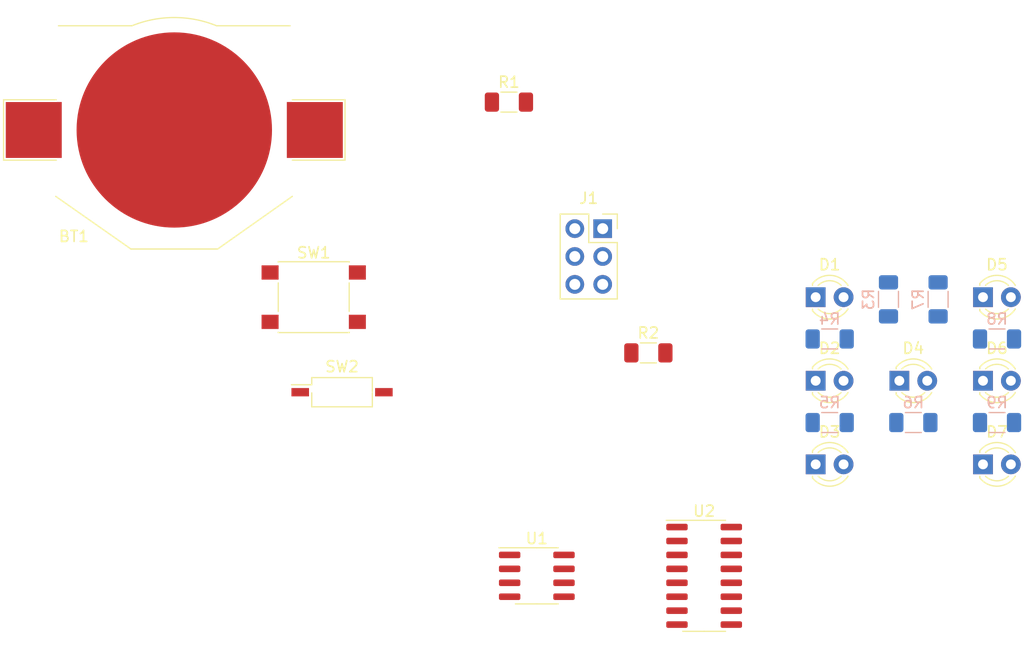
<source format=kicad_pcb>
(kicad_pcb (version 20211014) (generator pcbnew)
  (layers (0 "F.Cu" signal) (31 "B.Cu" signal) (34 "B.Paste" user) (35 "F.Paste" user) (36 "B.SilkS" user "B.Silkscreen") (37 "F.SilkS" user "F.Silkscreen") (38 "B.Mask" user) (39 "F.Mask" user) (44 "Edge.Cuts" user))
  (net 0 "")
  (net 1 "Net-(BT1-Pad1)")
  (net 2 "GND")
  (net 3 "Net-(D1-Pad2)")
  (net 4 "Net-(D2-Pad2)")
  (net 5 "Net-(D3-Pad2)")
  (net 6 "Net-(D4-Pad2)")
  (net 7 "Net-(D5-Pad2)")
  (net 8 "Net-(D6-Pad2)")
  (net 9 "Net-(D7-Pad2)")
  (net 10 "Net-(J1-Pad1)")
  (net 11 "VCC")
  (net 12 "Net-(J1-Pad3)")
  (net 13 "Net-(J1-Pad4)")
  (net 14 "Net-(J1-Pad5)")
  (net 15 "Button")
  (net 16 "Net-(R3-Pad2)")
  (net 17 "Net-(R4-Pad2)")
  (net 18 "Net-(R5-Pad2)")
  (net 19 "Net-(R6-Pad2)")
  (net 20 "Net-(R7-Pad2)")
  (net 21 "Net-(R8-Pad2)")
  (net 22 "Net-(R9-Pad2)")
  (net 23 "Net-(U1-Pad2)")
  (footprint "Package_SO:SOIC-16_3.9x9.9mm_P1.27mm" (layer "F.Cu") (at 167.64 111.76)
    (fp_text reference "U2" (at 0 -5.9) (layer "F.SilkS"))
    (fp_text value "74HC595")
    (fp_line (start 0 -5.06) (end -3.45 -5.06) (layer "F.SilkS") (width 0.12))
    (fp_line (start 0 -5.06) (end 1.95 -5.06) (layer "F.SilkS") (width 0.12))
    (fp_line (start 0 5.06) (end 1.95 5.06) (layer "F.SilkS") (width 0.12))
    (fp_line (start 0 5.06) (end -1.95 5.06) (layer "F.SilkS") (width 0.12))
    (pad "1" smd roundrect (at -2.475 -4.445) (size 1.95 0.6) (layers "F.Cu" "F.Paste" "F.Mask") (net 16 "Net-(R3-Pad2)"))
    (pad "2" smd roundrect (at -2.475 -3.175) (size 1.95 0.6) (layers "F.Cu" "F.Paste" "F.Mask") (net 17 "Net-(R4-Pad2)"))
    (pad "3" smd roundrect (at -2.475 -1.905) (size 1.95 0.6) (layers "F.Cu" "F.Paste" "F.Mask") (net 18 "Net-(R5-Pad2)"))
    (pad "4" smd roundrect (at -2.475 -0.635) (size 1.95 0.6) (layers "F.Cu" "F.Paste" "F.Mask") (net 19 "Net-(R6-Pad2)"))
    (pad "5" smd roundrect (at -2.475 0.635) (size 1.95 0.6) (layers "F.Cu" "F.Paste" "F.Mask") (net 20 "Net-(R7-Pad2)"))
    (pad "6" smd roundrect (at -2.475 1.905) (size 1.95 0.6) (layers "F.Cu" "F.Paste" "F.Mask") (net 21 "Net-(R8-Pad2)"))
    (pad "7" smd roundrect (at -2.475 3.175) (size 1.95 0.6) (layers "F.Cu" "F.Paste" "F.Mask") (net 22 "Net-(R9-Pad2)"))
    (pad "8" smd roundrect (at -2.475 4.445) (size 1.95 0.6) (layers "F.Cu" "F.Paste" "F.Mask") (net 2 "GND"))
    (pad "9" smd roundrect (at 2.475 4.445) (size 1.95 0.6) (layers "F.Cu" "F.Paste" "F.Mask"))
    (pad "10" smd roundrect (at 2.475 3.175) (size 1.95 0.6) (layers "F.Cu" "F.Paste" "F.Mask") (net 12 "Net-(J1-Pad3)"))
    (pad "11" smd roundrect (at 2.475 1.905) (size 1.95 0.6) (layers "F.Cu" "F.Paste" "F.Mask") (net 10 "Net-(J1-Pad1)"))
    (pad "12" smd roundrect (at 2.475 0.635) (size 1.95 0.6) (layers "F.Cu" "F.Paste" "F.Mask") (net 23 "Net-(U1-Pad2)"))
    (pad "13" smd roundrect (at 2.475 -0.635) (size 1.95 0.6) (layers "F.Cu" "F.Paste" "F.Mask"))
    (pad "14" smd roundrect (at 2.475 -1.905) (size 1.95 0.6) (layers "F.Cu" "F.Paste" "F.Mask") (net 13 "Net-(J1-Pad4)"))
    (pad "15" smd roundrect (at 2.475 -3.175) (size 1.95 0.6) (layers "F.Cu" "F.Paste" "F.Mask"))
    (pad "16" smd roundrect (at 2.475 -4.445) (size 1.95 0.6) (layers "F.Cu" "F.Paste" "F.Mask") (net 11 "VCC"))
  )
  (footprint "LED_THT:LED_D3.0mm" (layer "F.Cu") (at 185.42 93.98)
    (fp_text reference "D4" (at 1.27 -2.96) (layer "F.SilkS"))
    (fp_text value "LED")
    (fp_line (start -0.29 1.08) (end -0.29 1.236) (layer "F.SilkS") (width 0.12))
    (fp_line (start -0.29 -1.236) (end -0.29 -1.08) (layer "F.SilkS") (width 0.12))
    (fp_arc (start 0.229039 -1.08) (mid 1.270117 -1.5) (end 2.31113 -1.079837) (layer "F.SilkS") (width 0.12))
    (fp_arc (start -0.29 -1.235516) (mid 1.366487 -1.987659) (end 2.942335 -1.078608) (layer "F.SilkS") (width 0.12))
    (fp_arc (start 2.942335 1.078608) (mid 1.366487 1.987659) (end -0.29 1.235516) (layer "F.SilkS") (width 0.12))
    (fp_arc (start 2.31113 1.079837) (mid 1.270117 1.5) (end 0.229039 1.08) (layer "F.SilkS") (width 0.12))
    (pad "1" thru_hole rect (at 0 0) (size 1.8 1.8) (drill 0.9) (layers *.Cu *.Mask) (net 2 "GND"))
    (pad "2" thru_hole circle (at 2.54 0) (size 1.8 1.8) (drill 0.9) (layers *.Cu *.Mask) (net 6 "Net-(D4-Pad2)"))
  )
  (footprint "LED_THT:LED_D3.0mm" (layer "F.Cu") (at 193.04 86.36)
    (fp_text reference "D5" (at 1.27 -2.96) (layer "F.SilkS"))
    (fp_text value "LED")
    (fp_line (start -0.29 1.08) (end -0.29 1.236) (layer "F.SilkS") (width 0.12))
    (fp_line (start -0.29 -1.236) (end -0.29 -1.08) (layer "F.SilkS") (width 0.12))
    (fp_arc (start -0.29 -1.235516) (mid 1.366487 -1.987659) (end 2.942335 -1.078608) (layer "F.SilkS") (width 0.12))
    (fp_arc (start 2.942335 1.078608) (mid 1.366487 1.987659) (end -0.29 1.235516) (layer "F.SilkS") (width 0.12))
    (fp_arc (start 0.229039 -1.08) (mid 1.270117 -1.5) (end 2.31113 -1.079837) (layer "F.SilkS") (width 0.12))
    (fp_arc (start 2.31113 1.079837) (mid 1.270117 1.5) (end 0.229039 1.08) (layer "F.SilkS") (width 0.12))
    (pad "1" thru_hole rect (at 0 0) (size 1.8 1.8) (drill 0.9) (layers *.Cu *.Mask) (net 2 "GND"))
    (pad "2" thru_hole circle (at 2.54 0) (size 1.8 1.8) (drill 0.9) (layers *.Cu *.Mask) (net 7 "Net-(D5-Pad2)"))
  )
  (footprint "Resistor_SMD:R_1206_3216Metric_Pad1.30x1.75mm_HandSolder" (layer "F.Cu") (at 162.56 91.44)
    (fp_text reference "R2" (at 0 -1.82) (layer "F.SilkS"))
    (fp_text value "10K")
    (fp_line (start -0.727064 0.91) (end 0.727064 0.91) (layer "F.SilkS") (width 0.12))
    (fp_line (start -0.727064 -0.91) (end 0.727064 -0.91) (layer "F.SilkS") (width 0.12))
    (pad "1" smd roundrect (at -1.55 0) (size 1.3 1.75) (layers "F.Cu" "F.Paste" "F.Mask") (roundrect_rratio 0.192308) (net 11 "VCC"))
    (pad "2" smd roundrect (at 1.55 0) (size 1.3 1.75) (layers "F.Cu" "F.Paste" "F.Mask") (roundrect_rratio 0.192308) (net 14 "Net-(J1-Pad5)"))
  )
  (footprint "Button_Switch_SMD:SW_DIP_SPSTx01_Slide_Copal_CHS-01B_W7.62mm_P1.27mm" (layer "F.Cu") (at 134.66 95.022488)
    (fp_text reference "SW2" (at 0 -2.33) (layer "F.SilkS"))
    (fp_text value "SW_DIP_x01")
    (fp_line (start -2.76 0.061) (end -2.76 1.33) (layer "F.SilkS") (width 0.12))
    (fp_line (start -4.61 -0.68) (end -2.76 -0.68) (layer "F.SilkS") (width 0.12))
    (fp_line (start 2.76 0.061) (end 2.76 1.33) (layer "F.SilkS") (width 0.12))
    (fp_line (start -2.76 -1.33) (end 2.76 -1.33) (layer "F.SilkS") (width 0.12))
    (fp_line (start -2.76 -1.33) (end -2.76 -0.68) (layer "F.SilkS") (width 0.12))
    (fp_line (start 2.76 -1.33) (end 2.76 -0.061) (layer "F.SilkS") (width 0.12))
    (fp_line (start -2.76 1.33) (end 2.76 1.33) (layer "F.SilkS") (width 0.12))
    (pad "1" smd rect (at -3.81 0) (size 1.6 0.76) (layers "F.Cu" "F.Paste" "F.Mask") (net 1 "Net-(BT1-Pad1)"))
    (pad "2" smd rect (at 3.81 0) (size 1.6 0.76) (layers "F.Cu" "F.Paste" "F.Mask") (net 11 "VCC"))
  )
  (footprint "Button_Switch_SMD:SW_Push_1P1T_NO_6x6mm_H9.5mm" (layer "F.Cu") (at 132.08 86.36)
    (fp_text reference "SW1" (at 0 -4.05) (layer "F.SilkS"))
    (fp_text value "SW_Push")
    (fp_line (start -3.23 3.23) (end -3.23 3.2) (layer "F.SilkS") (width 0.12))
    (fp_line (start -3.23 -3.2) (end -3.23 -3.23) (layer "F.SilkS") (width 0.12))
    (fp_line (start 3.23 3.23) (end 3.23 3.2) (layer "F.SilkS") (width 0.12))
    (fp_line (start 3.23 -3.23) (end 3.23 -3.2) (layer "F.SilkS") (width 0.12))
    (fp_line (start -3.23 -3.23) (end 3.23 -3.23) (layer "F.SilkS") (width 0.12))
    (fp_line (start 3.23 -1.3) (end 3.23 1.3) (layer "F.SilkS") (width 0.12))
    (fp_line (start -3.23 3.23) (end 3.23 3.23) (layer "F.SilkS") (width 0.12))
    (fp_line (start -3.23 -1.3) (end -3.23 1.3) (layer "F.SilkS") (width 0.12))
    (pad "1" smd rect (at 3.975 -2.25) (size 1.55 1.3) (layers "F.Cu" "F.Paste" "F.Mask") (net 15 "Button"))
    (pad "1" smd rect (at -3.975 -2.25) (size 1.55 1.3) (layers "F.Cu" "F.Paste" "F.Mask") (net 15 "Button"))
    (pad "2" smd rect (at -3.975 2.25) (size 1.55 1.3) (layers "F.Cu" "F.Paste" "F.Mask") (net 2 "GND"))
    (pad "2" smd rect (at 3.975 2.25) (size 1.55 1.3) (layers "F.Cu" "F.Paste" "F.Mask") (net 2 "GND"))
  )
  (footprint "LED_THT:LED_D3.0mm" (layer "F.Cu") (at 177.8 101.6)
    (fp_text reference "D3" (at 1.27 -2.96) (layer "F.SilkS"))
    (fp_text value "LED")
    (fp_line (start -0.29 -1.236) (end -0.29 -1.08) (layer "F.SilkS") (width 0.12))
    (fp_line (start -0.29 1.08) (end -0.29 1.236) (layer "F.SilkS") (width 0.12))
    (fp_arc (start 2.942335 1.078608) (mid 1.366487 1.987659) (end -0.29 1.235516) (layer "F.SilkS") (width 0.12))
    (fp_arc (start 2.31113 1.079837) (mid 1.270117 1.5) (end 0.229039 1.08) (layer "F.SilkS") (width 0.12))
    (fp_arc (start -0.29 -1.235516) (mid 1.366487 -1.987659) (end 2.942335 -1.078608) (layer "F.SilkS") (width 0.12))
    (fp_arc (start 0.229039 -1.08) (mid 1.270117 -1.5) (end 2.31113 -1.079837) (layer "F.SilkS") (width 0.12))
    (pad "1" thru_hole rect (at 0 0) (size 1.8 1.8) (drill 0.9) (layers *.Cu *.Mask) (net 2 "GND"))
    (pad "2" thru_hole circle (at 2.54 0) (size 1.8 1.8) (drill 0.9) (layers *.Cu *.Mask) (net 5 "Net-(D3-Pad2)"))
  )
  (footprint "Connector_PinSocket_2.54mm:PinSocket_2x03_P2.54mm_Vertical" (layer "F.Cu") (at 158.4 80.112488)
    (fp_text reference "J1" (at -1.27 -2.77) (layer "F.SilkS"))
    (fp_text value "AVR-ISP-6")
    (fp_line (start -1.27 1.27) (end 1.33 1.27) (layer "F.SilkS") (width 0.12))
    (fp_line (start 1.33 1.27) (end 1.33 6.41) (layer "F.SilkS") (width 0.12))
    (fp_line (start 0 -1.33) (end 1.33 -1.33) (layer "F.SilkS") (width 0.12))
    (fp_line (start -3.87 -1.33) (end -1.27 -1.33) (layer "F.SilkS") (width 0.12))
    (fp_line (start 1.33 -1.33) (end 1.33 0) (layer "F.SilkS") (width 0.12))
    (fp_line (start -3.87 -1.33) (end -3.87 6.41) (layer "F.SilkS") (width 0.12))
    (fp_line (start -1.27 -1.33) (end -1.27 1.27) (layer "F.SilkS") (width 0.12))
    (fp_line (start -3.87 6.41) (end 1.33 6.41) (layer "F.SilkS") (width 0.12))
    (pad "1" thru_hole rect (at 0 0) (size 1.7 1.7) (drill 1) (layers *.Cu *.Mask) (net 10 "Net-(J1-Pad1)"))
    (pad "2" thru_hole oval (at -2.54 0) (size 1.7 1.7) (drill 1) (layers *.Cu *.Mask) (net 11 "VCC"))
    (pad "3" thru_hole oval (at 0 2.54) (size 1.7 1.7) (drill 1) (layers *.Cu *.Mask) (net 12 "Net-(J1-Pad3)"))
    (pad "4" thru_hole oval (at -2.54 2.54) (size 1.7 1.7) (drill 1) (layers *.Cu *.Mask) (net 13 "Net-(J1-Pad4)"))
    (pad "5" thru_hole oval (at 0 5.08) (size 1.7 1.7) (drill 1) (layers *.Cu *.Mask) (net 14 "Net-(J1-Pad5)"))
    (pad "6" thru_hole oval (at -2.54 5.08) (size 1.7 1.7) (drill 1) (layers *.Cu *.Mask) (net 2 "GND"))
  )
  (footprint "LED_THT:LED_D3.0mm" (layer "F.Cu") (at 177.8 86.36)
    (fp_text reference "D1" (at 1.27 -2.96) (layer "F.SilkS"))
    (fp_text value "LED")
    (fp_line (start -0.29 1.08) (end -0.29 1.236) (layer "F.SilkS") (width 0.12))
    (fp_line (start -0.29 -1.236) (end -0.29 -1.08) (layer "F.SilkS") (width 0.12))
    (fp_arc (start -0.29 -1.235516) (mid 1.366487 -1.987659) (end 2.942335 -1.078608) (layer "F.SilkS") (width 0.12))
    (fp_arc (start 0.229039 -1.08) (mid 1.270117 -1.5) (end 2.31113 -1.079837) (layer "F.SilkS") (width 0.12))
    (fp_arc (start 2.942335 1.078608) (mid 1.366487 1.987659) (end -0.29 1.235516) (layer "F.SilkS") (width 0.12))
    (fp_arc (start 2.31113 1.079837) (mid 1.270117 1.5) (end 0.229039 1.08) (layer "F.SilkS") (width 0.12))
    (pad "1" thru_hole rect (at 0 0) (size 1.8 1.8) (drill 0.9) (layers *.Cu *.Mask) (net 2 "GND"))
    (pad "2" thru_hole circle (at 2.54 0) (size 1.8 1.8) (drill 0.9) (layers *.Cu *.Mask) (net 3 "Net-(D1-Pad2)"))
  )
  (footprint "LED_THT:LED_D3.0mm" (layer "F.Cu") (at 177.8 93.98)
    (fp_text reference "D2" (at 1.27 -2.96) (layer "F.SilkS"))
    (fp_text value "LED")
    (fp_line (start -0.29 1.08) (end -0.29 1.236) (layer "F.SilkS") (width 0.12))
    (fp_line (start -0.29 -1.236) (end -0.29 -1.08) (layer "F.SilkS") (width 0.12))
    (fp_arc (start -0.29 -1.235516) (mid 1.366487 -1.987659) (end 2.942335 -1.078608) (layer "F.SilkS") (width 0.12))
    (fp_arc (start 0.229039 -1.08) (mid 1.270117 -1.5) (end 2.31113 -1.079837) (layer "F.SilkS") (width 0.12))
    (fp_arc (start 2.31113 1.079837) (mid 1.270117 1.5) (end 0.229039 1.08) (layer "F.SilkS") (width 0.12))
    (fp_arc (start 2.942335 1.078608) (mid 1.366487 1.987659) (end -0.29 1.235516) (layer "F.SilkS") (width 0.12))
    (pad "1" thru_hole rect (at 0 0) (size 1.8 1.8) (drill 0.9) (layers *.Cu *.Mask) (net 2 "GND"))
    (pad "2" thru_hole circle (at 2.54 0) (size 1.8 1.8) (drill 0.9) (layers *.Cu *.Mask) (net 4 "Net-(D2-Pad2)"))
  )
  (footprint "Battery:BatteryHolder_Keystone_3002_1x2032" (layer "F.Cu") (at 119.38 71.12)
    (fp_text reference "BT1" (at -9.15 9.7) (layer "F.SilkS"))
    (fp_text value "Battery_Cell")
    (fp_line (start 3.95 10.85) (end 10.75 6.05) (layer "F.SilkS") (width 0.12))
    (fp_line (start 10.75 2.75) (end 15.55 2.75) (layer "F.SilkS") (width 0.12))
    (fp_line (start 10.55 -9.5) (end 3.85 -9.5) (layer "F.SilkS") (width 0.12))
    (fp_line (start -15.55 2.75) (end -10.75 2.75) (layer "F.SilkS") (width 0.12))
    (fp_line (start -10.75 -2.75) (end -15.55 -2.75) (layer "F.SilkS") (width 0.12))
    (fp_line (start -15.55 -2.75) (end -15.55 2.75) (layer "F.SilkS") (width 0.12))
    (fp_line (start -3.95 10.85) (end 3.95 10.85) (layer "F.SilkS") (width 0.12))
    (fp_line (start -10.8 6.05) (end -3.95 10.85) (layer "F.SilkS") (width 0.12))
    (fp_line (start 15.55 2.75) (end 15.55 -2.75) (layer "F.SilkS") (width 0.12))
    (fp_line (start 15.55 -2.75) (end 10.75 -2.75) (layer "F.SilkS") (width 0.12))
    (fp_line (start -10.55 -9.5) (end -3.85 -9.5) (layer "F.SilkS") (width 0.12))
    (fp_arc (start -3.846385 -9.501464) (mid 0.00195 -10.250487) (end 3.85 -9.5) (layer "F.SilkS") (width 0.12))
    (pad "1" smd rect (at 12.8 0) (size 5.1 5.1) (layers "F.Cu" "F.Paste" "F.Mask") (net 1 "Net-(BT1-Pad1)"))
    (pad "1" smd rect (at -12.8 0) (size 5.1 5.1) (layers "F.Cu" "F.Paste" "F.Mask") (net 1 "Net-(BT1-Pad1)"))
    (pad "2" smd circle (at 0 0) (size 17.8 17.8) (layers "F.Cu" "F.Mask") (net 2 "GND"))
  )
  (footprint "LED_THT:LED_D3.0mm" (layer "F.Cu") (at 193.04 101.6)
    (fp_text reference "D7" (at 1.27 -2.96) (layer "F.SilkS"))
    (fp_text value "LED")
    (fp_line (start -0.29 1.08) (end -0.29 1.236) (layer "F.SilkS") (width 0.12))
    (fp_line (start -0.29 -1.236) (end -0.29 -1.08) (layer "F.SilkS") (width 0.12))
    (fp_arc (start -0.29 -1.235516) (mid 1.366487 -1.987659) (end 2.942335 -1.078608) (layer "F.SilkS") (width 0.12))
    (fp_arc (start 2.942335 1.078608) (mid 1.366487 1.987659) (end -0.29 1.235516) (layer "F.SilkS") (width 0.12))
    (fp_arc (start 0.229039 -1.08) (mid 1.270117 -1.5) (end 2.31113 -1.079837) (layer "F.SilkS") (width 0.12))
    (fp_arc (start 2.31113 1.079837) (mid 1.270117 1.5) (end 0.229039 1.08) (layer "F.SilkS") (width 0.12))
    (pad "1" thru_hole rect (at 0 0) (size 1.8 1.8) (drill 0.9) (layers *.Cu *.Mask) (net 2 "GND"))
    (pad "2" thru_hole circle (at 2.54 0) (size 1.8 1.8) (drill 0.9) (layers *.Cu *.Mask) (net 9 "Net-(D7-Pad2)"))
  )
  (footprint "LED_THT:LED_D3.0mm" (layer "F.Cu") (at 193.04 93.98)
    (fp_text reference "D6" (at 1.27 -2.96) (layer "F.SilkS"))
    (fp_text value "LED")
    (fp_line (start -0.29 1.08) (end -0.29 1.236) (layer "F.SilkS") (width 0.12))
    (fp_line (start -0.29 -1.236) (end -0.29 -1.08) (layer "F.SilkS") (width 0.12))
    (fp_arc (start 0.229039 -1.08) (mid 1.270117 -1.5) (end 2.31113 -1.079837) (layer "F.SilkS") (width 0.12))
    (fp_arc (start -0.29 -1.235516) (mid 1.366487 -1.987659) (end 2.942335 -1.078608) (layer "F.SilkS") (width 0.12))
    (fp_arc (start 2.942335 1.078608) (mid 1.366487 1.987659) (end -0.29 1.235516) (layer "F.SilkS") (width 0.12))
    (fp_arc (start 2.31113 1.079837) (mid 1.270117 1.5) (end 0.229039 1.08) (layer "F.SilkS") (width 0.12))
    (pad "1" thru_hole rect (at 0 0) (size 1.8 1.8) (drill 0.9) (layers *.Cu *.Mask) (net 2 "GND"))
    (pad "2" thru_hole circle (at 2.54 0) (size 1.8 1.8) (drill 0.9) (layers *.Cu *.Mask) (net 8 "Net-(D6-Pad2)"))
  )
  (footprint "Resistor_SMD:R_1206_3216Metric_Pad1.30x1.75mm_HandSolder" (layer "F.Cu") (at 149.86 68.58)
    (fp_text reference "R1" (at 0 -1.82) (layer "F.SilkS"))
    (fp_text value "10K")
    (fp_line (start -0.727064 -0.91) (end 0.727064 -0.91) (layer "F.SilkS") (width 0.12))
    (fp_line (start -0.727064 0.91) (end 0.727064 0.91) (layer "F.SilkS") (width 0.12))
    (pad "1" smd roundrect (at -1.55 0) (size 1.3 1.75) (layers "F.Cu" "F.Paste" "F.Mask") (roundrect_rratio 0.192308) (net 11 "VCC"))
    (pad "2" smd roundrect (at 1.55 0) (size 1.3 1.75) (layers "F.Cu" "F.Paste" "F.Mask") (roundrect_rratio 0.192308) (net 15 "Button"))
  )
  (footprint "Package_SO:SOIC-8_3.9x4.9mm_P1.27mm" (layer "F.Cu") (at 152.4 111.76)
    (fp_text reference "U1" (at 0 -3.4) (layer "F.SilkS"))
    (fp_text value "ATtiny13A-SS")
    (fp_line (start 0 -2.56) (end 1.95 -2.56) (layer "F.SilkS") (width 0.12))
    (fp_line (start 0 2.56) (end -1.95 2.56) (layer "F.SilkS") (width 0.12))
    (fp_line (start 0 -2.56) (end -3.45 -2.56) (layer "F.SilkS") (width 0.12))
    (fp_line (start 0 2.56) (end 1.95 2.56) (layer "F.SilkS") (width 0.12))
    (pad "1" smd roundrect (at -2.475 -1.905) (size 1.95 0.6) (layers "F.Cu" "F.Paste" "F.Mask") (net 14 "Net-(J1-Pad5)"))
    (pad "2" smd roundrect (at -2.475 -0.635) (size 1.95 0.6) (layers "F.Cu" "F.Paste" "F.Mask") (net 23 "Net-(U1-Pad2)"))
    (pad "3" smd roundrect (at -2.475 0.635) (size 1.95 0.6) (layers "F.Cu" "F.Paste" "F.Mask") (net 15 "Button"))
    (pad "4" smd roundrect (at -2.475 1.905) (size 1.95 0.6) (layers "F.Cu" "F.Paste" "F.Mask") (net 2 "GND"))
    (pad "5" smd roundrect (at 2.475 1.905) (size 1.95 0.6) (layers "F.Cu" "F.Paste" "F.Mask") (net 13 "Net-(J1-Pad4)"))
    (pad "6" smd roundrect (at 2.475 0.635) (size 1.95 0.6) (layers "F.Cu" "F.Paste" "F.Mask") (net 10 "Net-(J1-Pad1)"))
    (pad "7" smd roundrect (at 2.475 -0.635) (size 1.95 0.6) (layers "F.Cu" "F.Paste" "F.Mask") (net 12 "Net-(J1-Pad3)"))
    (pad "8" smd roundrect (at 2.475 -1.905) (size 1.95 0.6) (layers "F.Cu" "F.Paste" "F.Mask") (net 11 "VCC"))
  )
  (footprint "Resistor_SMD:R_1206_3216Metric_Pad1.30x1.75mm_HandSolder" (layer "B.Cu") (at 188.95 86.56 -90)
    (fp_text reference "R7" (at 0 1.82 90) (layer "B.SilkS") (effects (justify mirror)))
    (fp_text value "330")
    (fp_line (start -0.727064 0.91) (end 0.727064 0.91) (layer "B.SilkS") (width 0.12))
    (fp_line (start -0.727064 -0.91) (end 0.727064 -0.91) (layer "B.SilkS") (width 0.12))
    (pad "1" smd roundrect (at -1.55 0 270) (size 1.3 1.75) (layers "B.Cu" "B.Paste" "B.Mask") (roundrect_rratio 0.192308) (net 7 "Net-(D5-Pad2)"))
    (pad "2" smd roundrect (at 1.55 0 270) (size 1.3 1.75) (layers "B.Cu" "B.Paste" "B.Mask") (roundrect_rratio 0.192308) (net 20 "Net-(R7-Pad2)"))
  )
  (footprint "Resistor_SMD:R_1206_3216Metric_Pad1.30x1.75mm_HandSolder" (layer "B.Cu") (at 179.075 90.17 180)
    (fp_text reference "R4" (at 0 1.82) (layer "B.SilkS") (effects (justify mirror)))
    (fp_text value "330")
    (fp_line (start -0.727064 -0.91) (end 0.727064 -0.91) (layer "B.SilkS") (width 0.12))
    (fp_line (start -0.727064 0.91) (end 0.727064 0.91) (layer "B.SilkS") (width 0.12))
    (pad "1" smd roundrect (at -1.55 0 180) (size 1.3 1.75) (layers "B.Cu" "B.Paste" "B.Mask") (roundrect_rratio 0.192308) (net 4 "Net-(D2-Pad2)"))
    (pad "2" smd roundrect (at 1.55 0 180) (size 1.3 1.75) (layers "B.Cu" "B.Paste" "B.Mask") (roundrect_rratio 0.192308) (net 17 "Net-(R4-Pad2)"))
  )
  (footprint "Resistor_SMD:R_1206_3216Metric_Pad1.30x1.75mm_HandSolder" (layer "B.Cu") (at 186.695 97.79 180)
    (fp_text reference "R6" (at 0 1.82) (layer "B.SilkS") (effects (justify mirror)))
    (fp_text value "330")
    (fp_line (start -0.727064 -0.91) (end 0.727064 -0.91) (layer "B.SilkS") (width 0.12))
    (fp_line (start -0.727064 0.91) (end 0.727064 0.91) (layer "B.SilkS") (width 0.12))
    (pad "1" smd roundrect (at -1.55 0 180) (size 1.3 1.75) (layers "B.Cu" "B.Paste" "B.Mask") (roundrect_rratio 0.192308) (net 6 "Net-(D4-Pad2)"))
    (pad "2" smd roundrect (at 1.55 0 180) (size 1.3 1.75) (layers "B.Cu" "B.Paste" "B.Mask") (roundrect_rratio 0.192308) (net 19 "Net-(R6-Pad2)"))
  )
  (footprint "Resistor_SMD:R_1206_3216Metric_Pad1.30x1.75mm_HandSolder" (layer "B.Cu") (at 179.075 97.79 180)
    (fp_text reference "R5" (at 0 1.82) (layer "B.SilkS") (effects (justify mirror)))
    (fp_text value "330")
    (fp_line (start -0.727064 0.91) (end 0.727064 0.91) (layer "B.SilkS") (width 0.12))
    (fp_line (start -0.727064 -0.91) (end 0.727064 -0.91) (layer "B.SilkS") (width 0.12))
    (pad "1" smd roundrect (at -1.55 0 180) (size 1.3 1.75) (layers "B.Cu" "B.Paste" "B.Mask") (roundrect_rratio 0.192308) (net 5 "Net-(D3-Pad2)"))
    (pad "2" smd roundrect (at 1.55 0 180) (size 1.3 1.75) (layers "B.Cu" "B.Paste" "B.Mask") (roundrect_rratio 0.192308) (net 18 "Net-(R5-Pad2)"))
  )
  (footprint "Resistor_SMD:R_1206_3216Metric_Pad1.30x1.75mm_HandSolder" (layer "B.Cu") (at 184.43 86.56 -90)
    (fp_text reference "R3" (at 0 1.82 90) (layer "B.SilkS") (effects (justify mirror)))
    (fp_text value "330")
    (fp_line (start -0.727064 0.91) (end 0.727064 0.91) (layer "B.SilkS") (width 0.12))
    (fp_line (start -0.727064 -0.91) (end 0.727064 -0.91) (layer "B.SilkS") (width 0.12))
    (pad "1" smd roundrect (at -1.55 0 270) (size 1.3 1.75) (layers "B.Cu" "B.Paste" "B.Mask") (roundrect_rratio 0.192308) (net 3 "Net-(D1-Pad2)"))
    (pad "2" smd roundrect (at 1.55 0 270) (size 1.3 1.75) (layers "B.Cu" "B.Paste" "B.Mask") (roundrect_rratio 0.192308) (net 16 "Net-(R3-Pad2)"))
  )
  (footprint "Resistor_SMD:R_1206_3216Metric_Pad1.30x1.75mm_HandSolder" (layer "B.Cu") (at 194.315 90.17 180)
    (fp_text reference "R8" (at 0 1.82) (layer "B.SilkS") (effects (justify mirror)))
    (fp_text value "330")
    (fp_line (start -0.727064 -0.91) (end 0.727064 -0.91) (layer "B.SilkS") (width 0.12))
    (fp_line (start -0.727064 0.91) (end 0.727064 0.91) (layer "B.SilkS") (width 0.12))
    (pad "1" smd roundrect (at -1.55 0 180) (size 1.3 1.75) (layers "B.Cu" "B.Paste" "B.Mask") (roundrect_rratio 0.192308) (net 8 "Net-(D6-Pad2)"))
    (pad "2" smd roundrect (at 1.55 0 180) (size 1.3 1.75) (layers "B.Cu" "B.Paste" "B.Mask") (roundrect_rratio 0.192308) (net 21 "Net-(R8-Pad2)"))
  )
  (footprint "Resistor_SMD:R_1206_3216Metric_Pad1.30x1.75mm_HandSolder" (layer "B.Cu") (at 194.315 97.79 180)
    (fp_text reference "R9" (at 0 1.82) (layer "B.SilkS") (effects (justify mirror)))
    (fp_text value "330")
    (fp_line (start -0.727064 0.91) (end 0.727064 0.91) (layer "B.SilkS") (width 0.12))
    (fp_line (start -0.727064 -0.91) (end 0.727064 -0.91) (layer "B.SilkS") (width 0.12))
    (pad "1" smd roundrect (at -1.55 0 180) (size 1.3 1.75) (layers "B.Cu" "B.Paste" "B.Mask") (roundrect_rratio 0.192308) (net 9 "Net-(D7-Pad2)"))
    (pad "2" smd roundrect (at 1.55 0 180) (size 1.3 1.75) (layers "B.Cu" "B.Paste" "B.Mask") (roundrect_rratio 0.192308) (net 22 "Net-(R9-Pad2)"))
  )
)
</source>
